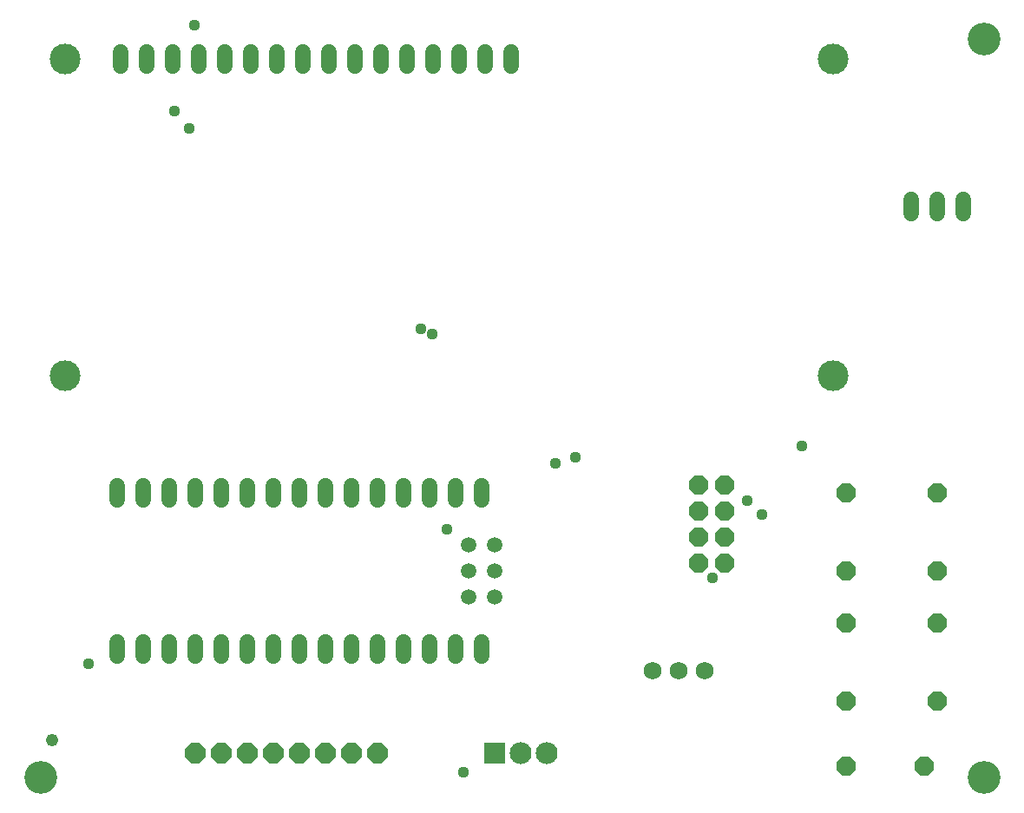
<source format=gts>
G04 EAGLE Gerber RS-274X export*
G75*
%MOMM*%
%FSLAX34Y34*%
%LPD*%
%INTop Soldermask*%
%IPPOS*%
%AMOC8*
5,1,8,0,0,1.08239X$1,22.5*%
G01*
%ADD10C,3.203200*%
%ADD11P,2.144431X8X112.500000*%
%ADD12P,2.034460X8X112.500000*%
%ADD13P,2.034460X8X22.500000*%
%ADD14C,1.524000*%
%ADD15C,1.727200*%
%ADD16P,2.034460X8X292.500000*%
%ADD17C,1.511200*%
%ADD18C,1.511200*%
%ADD19R,2.133600X2.133600*%
%ADD20C,2.133600*%
%ADD21C,3.003200*%
%ADD22C,1.117600*%
%ADD23C,1.209600*%


D10*
X40000Y40000D03*
X960000Y40000D03*
X960000Y760000D03*
D11*
X190500Y63500D03*
X215900Y63500D03*
X241300Y63500D03*
X266700Y63500D03*
X292100Y63500D03*
X317500Y63500D03*
X342900Y63500D03*
X368300Y63500D03*
D12*
X825500Y241300D03*
X825500Y317500D03*
X914400Y241300D03*
X914400Y317500D03*
X825500Y114300D03*
X825500Y190500D03*
X914400Y114300D03*
X914400Y190500D03*
D13*
X825500Y50800D03*
X901700Y50800D03*
D14*
X939800Y590296D02*
X939800Y603504D01*
X889000Y603504D02*
X889000Y590296D01*
X914400Y590296D02*
X914400Y603504D01*
D15*
X688048Y143828D03*
X662648Y143828D03*
X637248Y143828D03*
D16*
X681990Y325120D03*
X707390Y325120D03*
X681990Y299720D03*
X707390Y299720D03*
X681990Y274320D03*
X707390Y274320D03*
X681990Y248920D03*
X707390Y248920D03*
D17*
X469900Y310960D02*
X469900Y324040D01*
X444500Y324040D02*
X444500Y310960D01*
X419100Y310960D02*
X419100Y324040D01*
X393700Y324040D02*
X393700Y310960D01*
X368300Y310960D02*
X368300Y324040D01*
X342900Y324040D02*
X342900Y310960D01*
X317500Y310960D02*
X317500Y324040D01*
X292100Y324040D02*
X292100Y310960D01*
X266700Y310960D02*
X266700Y324040D01*
X241300Y324040D02*
X241300Y310960D01*
X215900Y310960D02*
X215900Y324040D01*
X190500Y324040D02*
X190500Y310960D01*
X469900Y171640D02*
X469900Y158560D01*
X444500Y158560D02*
X444500Y171640D01*
X419100Y171640D02*
X419100Y158560D01*
X266700Y158560D02*
X266700Y171640D01*
X241300Y171640D02*
X241300Y158560D01*
X215900Y158560D02*
X215900Y171640D01*
X190500Y171640D02*
X190500Y158560D01*
X114300Y158560D02*
X114300Y171640D01*
X114300Y310960D02*
X114300Y324040D01*
X139700Y324040D02*
X139700Y310960D01*
X165100Y310960D02*
X165100Y324040D01*
X139700Y171640D02*
X139700Y158560D01*
X165100Y158560D02*
X165100Y171640D01*
X393700Y171640D02*
X393700Y158560D01*
D18*
X457200Y215900D03*
X457200Y241300D03*
X457200Y266700D03*
D17*
X292100Y171640D02*
X292100Y158560D01*
X317500Y158560D02*
X317500Y171640D01*
X342900Y171640D02*
X342900Y158560D01*
X368300Y158560D02*
X368300Y171640D01*
D18*
X482600Y215900D03*
X482600Y241300D03*
X482600Y266700D03*
D19*
X482600Y63500D03*
D20*
X508000Y63500D03*
X533400Y63500D03*
D17*
X118100Y734460D02*
X118100Y747540D01*
X143500Y747540D02*
X143500Y734460D01*
X168900Y734460D02*
X168900Y747540D01*
X194300Y747540D02*
X194300Y734460D01*
X219700Y734460D02*
X219700Y747540D01*
X245100Y747540D02*
X245100Y734460D01*
X270500Y734460D02*
X270500Y747540D01*
X295900Y747540D02*
X295900Y734460D01*
X321300Y734460D02*
X321300Y747540D01*
X346700Y747540D02*
X346700Y734460D01*
X372100Y734460D02*
X372100Y747540D01*
X397500Y747540D02*
X397500Y734460D01*
X422900Y734460D02*
X422900Y747540D01*
X448300Y747540D02*
X448300Y734460D01*
X473700Y734460D02*
X473700Y747540D01*
X499100Y747540D02*
X499100Y734460D01*
D21*
X63500Y431800D03*
X63500Y741000D03*
X812700Y741000D03*
X812700Y431800D03*
D22*
X170434Y690118D03*
X184404Y673354D03*
X410718Y477774D03*
X421894Y472186D03*
X782320Y363220D03*
X452628Y44704D03*
X86614Y150876D03*
X695706Y234696D03*
X435864Y282194D03*
X561594Y352044D03*
X729234Y310134D03*
X743204Y296164D03*
X542036Y346456D03*
X189992Y773938D03*
D23*
X50800Y76200D03*
M02*

</source>
